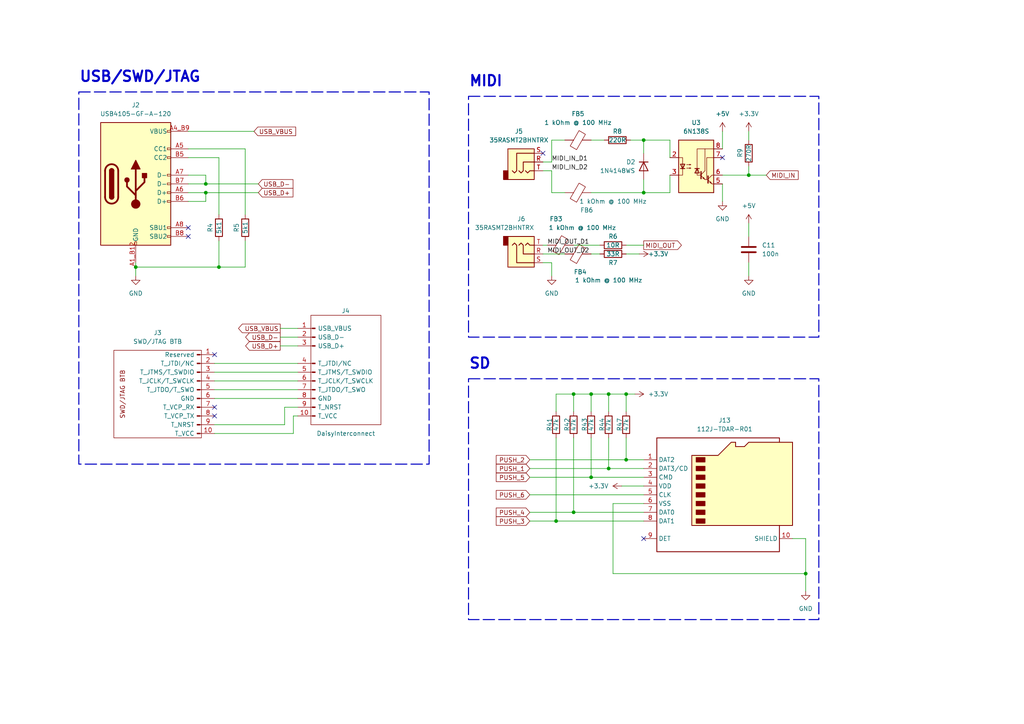
<source format=kicad_sch>
(kicad_sch (version 20230121) (generator eeschema)
  (paper "A4")
  (lib_symbols
    (symbol "DaisyBoard:009159010061916" (pin_names (offset 2)) (in_bom no)
      (property "Reference" "J" (at 0 13.97 0))
      (property "Value" "SWD/JTAG BTB" (at 0 -16.51 0))
      (symbol "009159010061916_0_1"
        (rectangle (start -12.7 11.43) (end 12.7 -13.97))
      )
      (symbol "009159010061916_1_1"
        (polyline (pts (xy 12.7 -12.7) (xy 12.2936 -12.7)) (stroke (width 0.1524)))
        (polyline (pts (xy 12.7 -10.16) (xy 12.2936 -10.16)) (stroke (width 0.1524)))
        (polyline (pts (xy 12.7 -7.62) (xy 12.2936 -7.62)) (stroke (width 0.1524)))
        (polyline (pts (xy 12.7 -5.08) (xy 12.2936 -5.08)) (stroke (width 0.1524)))
        (polyline (pts (xy 12.7 -2.54) (xy 12.2936 -2.54)) (stroke (width 0.1524)))
        (polyline (pts (xy 12.7 0) (xy 12.2936 0)) (stroke (width 0.1524)))
        (polyline (pts (xy 12.7 2.54) (xy 12.2936 2.54)) (stroke (width 0.1524)))
        (polyline (pts (xy 12.7 5.08) (xy 12.2936 5.08)) (stroke (width 0.1524)))
        (polyline (pts (xy 12.7 7.62) (xy 12.2936 7.62)) (stroke (width 0.1524)))
        (polyline (pts (xy 12.7 10.16) (xy 12.2936 10.16)) (stroke (width 0.1524)))
        (rectangle (start 12.2936 -12.573) (end 11.43 -12.827) (stroke (width 0.1524)) (fill (type outline)))
        (rectangle (start 12.2936 -10.033) (end 11.43 -10.287) (stroke (width 0.1524)) (fill (type outline)))
        (rectangle (start 12.2936 -7.493) (end 11.43 -7.747) (stroke (width 0.1524)) (fill (type outline)))
        (rectangle (start 12.2936 -4.953) (end 11.43 -5.207) (stroke (width 0.1524)) (fill (type outline)))
        (rectangle (start 12.2936 -2.413) (end 11.43 -2.667) (stroke (width 0.1524)) (fill (type outline)))
        (rectangle (start 12.2936 0.127) (end 11.43 -0.127) (stroke (width 0.1524)) (fill (type outline)))
        (rectangle (start 12.2936 2.667) (end 11.43 2.413) (stroke (width 0.1524)) (fill (type outline)))
        (rectangle (start 12.2936 5.207) (end 11.43 4.953) (stroke (width 0.1524)) (fill (type outline)))
        (rectangle (start 12.2936 7.747) (end 11.43 7.493) (stroke (width 0.1524)) (fill (type outline)))
        (rectangle (start 12.2936 10.287) (end 11.43 10.033) (stroke (width 0.1524)) (fill (type outline)))
        (text "SWD/JTAG BTB" (at -10.16 -1.27 900) (effects (font (size 1.27 1.27))))
        (pin passive line (at 16.51 10.16 180) (length 3.81) (name "Reserved") (number "1"))
        (pin power_in line (at 16.51 -12.7 180) (length 3.81) (name "T_VCC") (number "10"))
        (pin output line (at 16.51 7.62 180) (length 3.81) (name "T_JTDI/NC") (number "2"))
        (pin bidirectional line (at 16.51 5.08 180) (length 3.81) (name "T_JTMS/T_SWDIO") (number "3"))
        (pin output line (at 16.51 2.54 180) (length 3.81) (name "T_JCLK/T_SWCLK") (number "4"))
        (pin input line (at 16.51 0 180) (length 3.81) (name "T_JTDO/T_SWO") (number "5"))
        (pin passive line (at 16.51 -2.54 180) (length 3.81) (name "GND") (number "6"))
        (pin output line (at 16.51 -5.08 180) (length 3.81) (name "T_VCP_RX") (number "7"))
        (pin input line (at 16.51 -7.62 180) (length 3.81) (name "T_VCP_TX") (number "8"))
        (pin output line (at 16.51 -10.16 180) (length 3.81) (name "T_NRST") (number "9"))
      )
    )
    (symbol "DaisyBoard:112J-TDAR-R01"
      (property "Reference" "J" (at -16.51 17.78 0))
      (property "Value" "112J-TDAR-R01" (at 16.51 17.78 0))
      (symbol "112J-TDAR-R01_0_1"
        (rectangle (start -7.62 -6.985) (end -5.08 -8.255) (stroke (width 0.254)) (fill (type outline)))
        (rectangle (start -7.62 -4.445) (end -5.08 -5.715) (stroke (width 0.254)) (fill (type outline)))
        (rectangle (start -7.62 -1.905) (end -5.08 -3.175) (stroke (width 0.254)) (fill (type outline)))
        (rectangle (start -7.62 0.635) (end -5.08 -0.635) (stroke (width 0.254)) (fill (type outline)))
        (rectangle (start -7.62 3.175) (end -5.08 1.905) (stroke (width 0.254)) (fill (type outline)))
        (rectangle (start -7.62 5.715) (end -5.08 4.445) (stroke (width 0.254)) (fill (type outline)))
        (rectangle (start -7.62 8.255) (end -5.08 6.985) (stroke (width 0.254)) (fill (type outline)))
        (rectangle (start -7.62 10.795) (end -5.08 9.525) (stroke (width 0.254)) (fill (type outline)))
        (polyline (pts (xy 16.51 15.24) (xy 16.51 16.51) (xy -19.05 16.51) (xy -19.05 -16.51) (xy 16.51 -16.51) (xy 16.51 -8.89)) (stroke (width 0.254)))
        (polyline (pts (xy -8.89 -8.89) (xy -8.89 11.43) (xy -1.27 11.43) (xy 2.54 15.24) (xy 3.81 15.24) (xy 3.81 13.97) (xy 6.35 13.97) (xy 7.62 15.24) (xy 20.32 15.24) (xy 20.32 -8.89) (xy -8.89 -8.89)) (stroke (width 0.254)) (fill (type background)))
      )
      (symbol "112J-TDAR-R01_1_1"
        (pin bidirectional line (at -22.86 10.16 0) (length 3.81) (name "DAT2") (number "1"))
        (pin passive line (at 20.32 -12.7 180) (length 3.81) (name "SHIELD") (number "10"))
        (pin bidirectional line (at -22.86 7.62 0) (length 3.81) (name "DAT3/CD") (number "2"))
        (pin input line (at -22.86 5.08 0) (length 3.81) (name "CMD") (number "3"))
        (pin power_in line (at -22.86 2.54 0) (length 3.81) (name "VDD") (number "4"))
        (pin input line (at -22.86 0 0) (length 3.81) (name "CLK") (number "5"))
        (pin power_in line (at -22.86 -2.54 0) (length 3.81) (name "VSS") (number "6"))
        (pin bidirectional line (at -22.86 -5.08 0) (length 3.81) (name "DAT0") (number "7"))
        (pin bidirectional line (at -22.86 -7.62 0) (length 3.81) (name "DAT1") (number "8"))
        (pin passive line (at -22.86 -12.7 0) (length 3.81) (name "DET") (number "9"))
      )
    )
    (symbol "DaisyBoard:1N4148WS" (pin_numbers hide) (pin_names hide)
      (property "Reference" "D" (at 0 2.54 0))
      (property "Value" "1N4148WS" (at 0 -2.54 0))
      (symbol "1N4148WS_0_1"
        (polyline (pts (xy -1.27 1.27) (xy -1.27 -1.27)) (stroke (width 0.254)))
        (polyline (pts (xy 1.27 0) (xy -1.27 0)))
        (polyline (pts (xy 1.27 1.27) (xy 1.27 -1.27) (xy -1.27 0) (xy 1.27 1.27)) (stroke (width 0.254)))
      )
      (symbol "1N4148WS_1_1"
        (pin passive line (at -3.81 0 0) (length 2.54) (name "K") (number "1"))
        (pin passive line (at 3.81 0 180) (length 2.54) (name "A") (number "2"))
      )
    )
    (symbol "DaisyBoard:35RASMT2BHNTRX" (pin_names hide)
      (property "Reference" "J" (at 0 8.89 0))
      (property "Value" "35RASMT2BHNTRX" (at 0 6.35 0))
      (symbol "35RASMT2BHNTRX_0_1"
        (rectangle (start -5.08 -5.08) (end -6.35 -2.54) (stroke (width 0.254)) (fill (type outline)))
        (rectangle (start -5.08 3.81) (end 2.54 -5.08) (stroke (width 0.254)) (fill (type background)))
        (polyline (pts (xy 0 -2.54) (xy 0.635 -3.175) (xy 1.27 -2.54) (xy 2.54 -2.54)) (stroke (width 0.254)))
        (polyline (pts (xy -1.905 -2.54) (xy -1.27 -3.175) (xy -0.635 -2.54) (xy -0.635 0) (xy 2.54 0)) (stroke (width 0.254)))
        (polyline (pts (xy 2.54 2.54) (xy -2.54 2.54) (xy -2.54 -2.54) (xy -3.175 -3.175) (xy -3.81 -2.54)) (stroke (width 0.254)))
      )
      (symbol "35RASMT2BHNTRX_1_1"
        (pin passive line (at 5.08 0 180) (length 2.54) (name "R") (number "R"))
        (pin passive line (at 5.08 2.54 180) (length 2.54) (name "S") (number "S"))
        (pin passive line (at 5.08 -2.54 180) (length 2.54) (name "T") (number "T"))
      )
    )
    (symbol "DaisyBoard:6N138S" (pin_names (offset 1.016) hide)
      (property "Reference" "U" (at 0 11.43 0))
      (property "Value" "6N138S" (at 0 8.89 0))
      (symbol "6N138S_0_1"
        (rectangle (start -5.08 7.62) (end 5.08 -7.62) (stroke (width 0.254)) (fill (type background)))
        (polyline (pts (xy -4.572 -0.635) (xy -3.302 -0.635)) (stroke (width 0.254)))
        (polyline (pts (xy 0.889 -0.635) (xy -0.381 -0.635)) (stroke (width 0.254)))
        (polyline (pts (xy 1.397 -2.667) (xy 2.54 -3.81)))
        (polyline (pts (xy 1.397 -2.413) (xy 2.54 -1.27)))
        (polyline (pts (xy 2.54 -3.81) (xy 3.175 -3.81)))
        (polyline (pts (xy 3.429 -3.937) (xy 4.572 -5.08)))
        (polyline (pts (xy 3.429 -3.683) (xy 4.572 -2.54)))
        (polyline (pts (xy 4.572 -5.08) (xy 5.08 -5.08)))
        (polyline (pts (xy 4.572 -2.54) (xy 5.08 -2.54)))
        (polyline (pts (xy 1.397 -1.524) (xy 1.397 -3.556) (xy 1.397 -3.556)) (stroke (width 0.3556)))
        (polyline (pts (xy 2.54 -1.27) (xy 2.54 5.08) (xy 5.08 5.08)))
        (polyline (pts (xy 3.429 -2.794) (xy 3.429 -4.826) (xy 3.429 -4.826)) (stroke (width 0.3556)))
        (polyline (pts (xy 5.08 2.54) (xy 3.048 2.54) (xy 3.048 -3.81)))
        (polyline (pts (xy -5.08 -2.54) (xy -3.937 -2.54) (xy -3.937 2.54) (xy -5.08 2.54)))
        (polyline (pts (xy -3.937 -0.635) (xy -4.572 0.635) (xy -3.302 0.635) (xy -3.937 -0.635)) (stroke (width 0.254)))
        (polyline (pts (xy 0.254 -0.635) (xy 0.889 -1.905) (xy -0.381 -1.905) (xy 0.254 -0.635)) (stroke (width 0.254)))
        (polyline (pts (xy 1.27 -2.54) (xy 0.254 -2.54) (xy 0.254 5.08) (xy 2.54 5.08)))
        (polyline (pts (xy 2.413 -3.683) (xy 2.159 -3.175) (xy 1.905 -3.429) (xy 2.413 -3.683)))
        (polyline (pts (xy 4.445 -4.953) (xy 4.191 -4.445) (xy 3.937 -4.699) (xy 4.445 -4.953)))
        (polyline (pts (xy -2.794 -0.508) (xy -1.524 -0.508) (xy -1.905 -0.635) (xy -1.905 -0.381) (xy -1.524 -0.508)))
        (polyline (pts (xy -2.794 0.508) (xy -1.524 0.508) (xy -1.905 0.381) (xy -1.905 0.635) (xy -1.524 0.508)))
      )
      (symbol "6N138S_1_1"
        (pin no_connect line (at -5.08 5.08 0) (length 2.54) hide (name "NC") (number "1"))
        (pin passive line (at -7.62 2.54 0) (length 2.54) (name "C1") (number "2"))
        (pin passive line (at -7.62 -2.54 0) (length 2.54) (name "C2") (number "3"))
        (pin no_connect line (at -5.08 -5.08 0) (length 2.54) hide (name "NC") (number "4"))
        (pin passive line (at 7.62 -5.08 180) (length 2.54) (name "GND") (number "5"))
        (pin passive line (at 7.62 -2.54 180) (length 2.54) (name "VO2") (number "6"))
        (pin passive line (at 7.62 2.54 180) (length 2.54) (name "VO1") (number "7"))
        (pin passive line (at 7.62 5.08 180) (length 2.54) (name "VCC") (number "8"))
      )
    )
    (symbol "DaisyBoard:BLM18AG102SN1D" (pin_numbers hide) (pin_names (offset 0))
      (property "Reference" "FB" (at -3.81 0.635 90))
      (property "Value" "1 kOhm @ 100 MHz" (at 3.81 0 90))
      (symbol "BLM18AG102SN1D_0_1"
        (polyline (pts (xy 0 -1.27) (xy 0 -1.2192)))
        (polyline (pts (xy 0 1.27) (xy 0 1.2954)))
        (polyline (pts (xy -2.7686 0.4064) (xy -1.7018 2.2606) (xy 2.7686 -0.3048) (xy 1.6764 -2.159) (xy -2.7686 0.4064)))
      )
      (symbol "BLM18AG102SN1D_1_1"
        (pin passive line (at 0 3.81 270) (length 2.54) (name "~") (number "1"))
        (pin passive line (at 0 -3.81 90) (length 2.54) (name "~") (number "2"))
      )
    )
    (symbol "DaisyBoard:CC0603KRX7R8BB104" (pin_numbers hide) (pin_names (offset 0.254))
      (property "Reference" "C" (at 0.635 2.54 0))
      (property "Value" "100n" (at 0.635 -2.54 0))
      (symbol "CC0603KRX7R8BB104_0_1"
        (polyline (pts (xy -2.032 -0.762) (xy 2.032 -0.762)) (stroke (width 0.508)))
        (polyline (pts (xy -2.032 0.762) (xy 2.032 0.762)) (stroke (width 0.508)))
      )
      (symbol "CC0603KRX7R8BB104_1_1"
        (pin passive line (at 0 3.81 270) (length 2.794) (name "~") (number "1"))
        (pin passive line (at 0 -3.81 90) (length 2.794) (name "~") (number "2"))
      )
    )
    (symbol "DaisyBoard:DaisyInterconnect" (pin_names (offset 2))
      (property "Reference" "J" (at 0 19.05 0))
      (property "Value" "DaisyInterconnect" (at 0 -17.78 0))
      (symbol "DaisyInterconnect_0_1"
        (rectangle (start -10.16 16.51) (end 10.16 -15.24))
      )
      (symbol "DaisyInterconnect_1_1"
        (polyline (pts (xy 10.16 -12.7) (xy 9.7536 -12.7)) (stroke (width 0.1524)))
        (polyline (pts (xy 10.16 -10.16) (xy 9.7536 -10.16)) (stroke (width 0.1524)))
        (polyline (pts (xy 10.16 -7.62) (xy 9.7536 -7.62)) (stroke (width 0.1524)))
        (polyline (pts (xy 10.16 -5.08) (xy 9.7536 -5.08)) (stroke (width 0.1524)))
        (polyline (pts (xy 10.16 -2.54) (xy 9.7536 -2.54)) (stroke (width 0.1524)))
        (polyline (pts (xy 10.16 0) (xy 9.7536 0)) (stroke (width 0.1524)))
        (polyline (pts (xy 10.16 2.54) (xy 9.7536 2.54)) (stroke (width 0.1524)))
        (polyline (pts (xy 10.16 7.62) (xy 9.7536 7.62)) (stroke (width 0.1524)))
        (polyline (pts (xy 10.16 10.16) (xy 9.7536 10.16)) (stroke (width 0.1524)))
        (polyline (pts (xy 10.16 12.7) (xy 9.7536 12.7)) (stroke (width 0.1524)))
        (rectangle (start 8.89 -12.573) (end 9.7536 -12.827) (stroke (width 0.1524)) (fill (type outline)))
        (rectangle (start 8.89 10.287) (end 9.7536 10.033) (stroke (width 0.1524)) (fill (type outline)))
        (rectangle (start 8.8951 12.8272) (end 9.7587 12.5732) (stroke (width 0.1524)) (fill (type outline)))
        (rectangle (start 9.7536 -10.033) (end 8.89 -10.287) (stroke (width 0.1524)) (fill (type outline)))
        (rectangle (start 9.7536 -7.493) (end 8.89 -7.747) (stroke (width 0.1524)) (fill (type outline)))
        (rectangle (start 9.7536 -4.953) (end 8.89 -5.207) (stroke (width 0.1524)) (fill (type outline)))
        (rectangle (start 9.7536 -2.413) (end 8.89 -2.667) (stroke (width 0.1524)) (fill (type outline)))
        (rectangle (start 9.7536 0.127) (end 8.89 -0.127) (stroke (width 0.1524)) (fill (type outline)))
        (rectangle (start 9.7536 2.667) (end 8.89 2.413) (stroke (width 0.1524)) (fill (type outline)))
        (rectangle (start 9.7536 7.747) (end 8.89 7.493) (stroke (width 0.1524)) (fill (type outline)))
        (pin power_in line (at 13.97 12.7 180) (length 3.81) (name "USB_VBUS") (number "1"))
        (pin power_out line (at 13.97 -12.7 180) (length 3.81) (name "T_VCC") (number "10"))
        (pin bidirectional line (at 13.97 10.16 180) (length 3.81) (name "USB_D-") (number "2"))
        (pin bidirectional line (at 13.97 7.62 180) (length 3.81) (name "USB_D+") (number "3"))
        (pin passive line (at 13.97 2.54 180) (length 3.81) (name "T_JTDI/NC") (number "4"))
        (pin passive line (at 13.97 0 180) (length 3.81) (name "T_JTMS/T_SWDIO") (number "5"))
        (pin passive line (at 13.97 -2.54 180) (length 3.81) (name "T_JCLK/T_SWCLK") (number "6"))
        (pin passive line (at 13.97 -5.08 180) (length 3.81) (name "T_JTDO/T_SWO") (number "7"))
        (pin passive line (at 13.97 -7.62 180) (length 3.81) (name "GND") (number "8"))
        (pin passive line (at 13.97 -10.16 180) (length 3.81) (name "T_NRST") (number "9"))
      )
    )
    (symbol "DaisyBoard:RC0603FR-0710RL" (pin_numbers hide) (pin_names (offset 0))
      (property "Reference" "R" (at 2.032 0 90))
      (property "Value" "10R" (at 0 0 90))
      (symbol "RC0603FR-0710RL_0_1"
        (rectangle (start -1.016 -2.54) (end 1.016 2.54) (stroke (width 0.254)))
      )
      (symbol "RC0603FR-0710RL_1_1"
        (pin passive line (at 0 3.81 270) (length 1.27) (name "~") (number "1"))
        (pin passive line (at 0 -3.81 90) (length 1.27) (name "~") (number "2"))
      )
    )
    (symbol "DaisyBoard:RC0603FR-07220RL" (pin_numbers hide) (pin_names (offset 0))
      (property "Reference" "R" (at 2.032 0 90))
      (property "Value" "220R" (at 0 0 90))
      (symbol "RC0603FR-07220RL_0_1"
        (rectangle (start -1.016 -2.54) (end 1.016 2.54) (stroke (width 0.254)))
      )
      (symbol "RC0603FR-07220RL_1_1"
        (pin passive line (at 0 3.81 270) (length 1.27) (name "~") (number "1"))
        (pin passive line (at 0 -3.81 90) (length 1.27) (name "~") (number "2"))
      )
    )
    (symbol "DaisyBoard:RC0603FR-07270RL" (pin_numbers hide) (pin_names (offset 0))
      (property "Reference" "R" (at 2.032 0 90))
      (property "Value" "270R" (at 0 0 90))
      (symbol "RC0603FR-07270RL_0_1"
        (rectangle (start -1.016 -2.54) (end 1.016 2.54) (stroke (width 0.254)))
      )
      (symbol "RC0603FR-07270RL_1_1"
        (pin passive line (at 0 3.81 270) (length 1.27) (name "~") (number "1"))
        (pin passive line (at 0 -3.81 90) (length 1.27) (name "~") (number "2"))
      )
    )
    (symbol "DaisyBoard:RC0603FR-0733RL" (pin_numbers hide) (pin_names (offset 0))
      (property "Reference" "R" (at 2.032 0 90))
      (property "Value" "33R" (at 0 0 90))
      (symbol "RC0603FR-0733RL_0_1"
        (rectangle (start -1.016 -2.54) (end 1.016 2.54) (stroke (width 0.254)))
      )
      (symbol "RC0603FR-0733RL_1_1"
        (pin passive line (at 0 3.81 270) (length 1.27) (name "~") (number "1"))
        (pin passive line (at 0 -3.81 90) (length 1.27) (name "~") (number "2"))
      )
    )
    (symbol "DaisyBoard:RC0603FR-0747KL" (pin_numbers hide) (pin_names (offset 0))
      (property "Reference" "R" (at 2.032 0 90))
      (property "Value" "47k" (at 0 0 90))
      (symbol "RC0603FR-0747KL_0_1"
        (rectangle (start -1.016 -2.54) (end 1.016 2.54) (stroke (width 0.254)))
      )
      (symbol "RC0603FR-0747KL_1_1"
        (pin passive line (at 0 3.81 270) (length 1.27) (name "~") (number "1"))
        (pin passive line (at 0 -3.81 90) (length 1.27) (name "~") (number "2"))
      )
    )
    (symbol "DaisyBoard:RC0603FR-075K1L" (pin_numbers hide) (pin_names (offset 0))
      (property "Reference" "R" (at 2.032 0 90))
      (property "Value" "5k1" (at 0 0 90))
      (symbol "RC0603FR-075K1L_0_1"
        (rectangle (start -1.016 -2.54) (end 1.016 2.54) (stroke (width 0.254)))
      )
      (symbol "RC0603FR-075K1L_1_1"
        (pin passive line (at 0 3.81 270) (length 1.27) (name "~") (number "1"))
        (pin passive line (at 0 -3.81 90) (length 1.27) (name "~") (number "2"))
      )
    )
    (symbol "DaisyBoard:USB4105-GF-A-120" (pin_names (offset 1.016))
      (property "Reference" "J" (at -1.27 21.59 0))
      (property "Value" "USB4105-GF-A-120" (at 7.62 19.05 0))
      (symbol "USB4105-GF-A-120_0_0"
        (rectangle (start -0.254 -17.78) (end 0.254 -16.764))
        (rectangle (start 10.16 -14.986) (end 9.144 -15.494))
        (rectangle (start 10.16 -12.446) (end 9.144 -12.954))
        (rectangle (start 10.16 -4.826) (end 9.144 -5.334))
        (rectangle (start 10.16 -2.286) (end 9.144 -2.794))
        (rectangle (start 10.16 0.254) (end 9.144 -0.254))
        (rectangle (start 10.16 2.794) (end 9.144 2.286))
        (rectangle (start 10.16 7.874) (end 9.144 7.366))
        (rectangle (start 10.16 10.414) (end 9.144 9.906))
        (rectangle (start 10.16 15.494) (end 9.144 14.986))
      )
      (symbol "USB4105-GF-A-120_0_1"
        (rectangle (start -10.16 17.78) (end 10.16 -17.78) (stroke (width 0.254)) (fill (type background)))
        (arc (start -8.89 -3.81) (mid -6.985 -5.7067) (end -5.08 -3.81) (stroke (width 0.508)))
        (arc (start -7.62 -3.81) (mid -6.985 -4.4423) (end -6.35 -3.81) (stroke (width 0.254)))
        (arc (start -7.62 -3.81) (mid -6.985 -4.4423) (end -6.35 -3.81) (stroke (width 0.254)) (fill (type outline)))
        (rectangle (start -7.62 -3.81) (end -6.35 3.81) (stroke (width 0.254)) (fill (type outline)))
        (arc (start -6.35 3.81) (mid -6.985 4.4423) (end -7.62 3.81) (stroke (width 0.254)))
        (arc (start -6.35 3.81) (mid -6.985 4.4423) (end -7.62 3.81) (stroke (width 0.254)) (fill (type outline)))
        (arc (start -5.08 3.81) (mid -6.985 5.7067) (end -8.89 3.81) (stroke (width 0.508)))
        (circle (center -2.54 1.143) (radius 0.635) (stroke (width 0.254)) (fill (type outline)))
        (circle (center 0 -5.842) (radius 1.27) (fill (type outline)))
        (polyline (pts (xy -8.89 -3.81) (xy -8.89 3.81)) (stroke (width 0.508)))
        (polyline (pts (xy -5.08 3.81) (xy -5.08 -3.81)) (stroke (width 0.508)))
        (polyline (pts (xy 0 -5.842) (xy 0 4.318)) (stroke (width 0.508)))
        (polyline (pts (xy 0 -3.302) (xy -2.54 -0.762) (xy -2.54 0.508)) (stroke (width 0.508)))
        (polyline (pts (xy 0 -2.032) (xy 2.54 0.508) (xy 2.54 1.778)) (stroke (width 0.508)))
        (polyline (pts (xy -1.27 4.318) (xy 0 6.858) (xy 1.27 4.318) (xy -1.27 4.318)) (stroke (width 0.254)) (fill (type outline)))
        (rectangle (start 1.905 1.778) (end 3.175 3.048) (stroke (width 0.254)) (fill (type outline)))
      )
      (symbol "USB4105-GF-A-120_1_1"
        (pin passive line (at 0 -22.86 90) (length 5.08) (name "GND") (number "A1_B12"))
        (pin passive line (at 15.24 15.24 180) (length 5.08) (name "VBUS") (number "A4_B9"))
        (pin bidirectional line (at 15.24 10.16 180) (length 5.08) (name "CC1") (number "A5"))
        (pin bidirectional line (at 15.24 -2.54 180) (length 5.08) (name "D+") (number "A6"))
        (pin bidirectional line (at 15.24 2.54 180) (length 5.08) (name "D-") (number "A7"))
        (pin bidirectional line (at 15.24 -12.7 180) (length 5.08) (name "SBU1") (number "A8"))
        (pin passive line (at 0 -22.86 90) (length 5.08) hide (name "GND") (number "B1_A12"))
        (pin passive line (at 15.24 15.24 180) (length 5.08) hide (name "VBUS") (number "B4_A9"))
        (pin bidirectional line (at 15.24 7.62 180) (length 5.08) (name "CC2") (number "B5"))
        (pin bidirectional line (at 15.24 -5.08 180) (length 5.08) (name "D+") (number "B6"))
        (pin bidirectional line (at 15.24 0 180) (length 5.08) (name "D-") (number "B7"))
        (pin bidirectional line (at 15.24 -15.24 180) (length 5.08) (name "SBU2") (number "B8"))
      )
    )
    (symbol "power:+3.3V" (power) (pin_names (offset 0))
      (property "Value" "+3.3V" (at 0 3.556 0))
      (symbol "+3.3V_0_1"
        (polyline (pts (xy -0.762 1.27) (xy 0 2.54)))
        (polyline (pts (xy 0 0) (xy 0 2.54)))
        (polyline (pts (xy 0 2.54) (xy 0.762 1.27)))
      )
      (symbol "+3.3V_1_1"
        (pin power_in line (at 0 0 90) (length 0) hide (name "+3.3V") (number "1"))
      )
    )
    (symbol "power:+5V" (power) (pin_names (offset 0))
      (property "Value" "+5V" (at 0 3.556 0))
      (symbol "+5V_0_1"
        (polyline (pts (xy -0.762 1.27) (xy 0 2.54)))
        (polyline (pts (xy 0 0) (xy 0 2.54)))
        (polyline (pts (xy 0 2.54) (xy 0.762 1.27)))
      )
      (symbol "+5V_1_1"
        (pin power_in line (at 0 0 90) (length 0) hide (name "+5V") (number "1"))
      )
    )
    (symbol "power:GND" (power) (pin_names (offset 0))
      (property "Value" "GND" (at 0 -3.81 0))
      (symbol "GND_0_1"
        (polyline (pts (xy 0 0) (xy 0 -1.27) (xy 1.27 -1.27) (xy 0 -2.54) (xy -1.27 -1.27) (xy 0 -1.27)))
      )
      (symbol "GND_1_1"
        (pin power_in line (at 0 0 270) (length 0) hide (name "GND") (number "1"))
      )
    )
  )
  (junction (at 59.69 55.88))
  (junction (at 217.17 50.8))
  (junction (at 176.53 114.3))
  (junction (at 166.37 148.59))
  (junction (at 161.29 151.13))
  (junction (at 233.68 166.37))
  (junction (at 186.69 40.64))
  (junction (at 186.69 55.88))
  (junction (at 171.45 138.43))
  (junction (at 63.5 77.47))
  (junction (at 59.69 53.34))
  (junction (at 171.45 114.3))
  (junction (at 176.53 135.89))
  (junction (at 181.61 114.3))
  (junction (at 39.37 77.47))
  (junction (at 181.61 133.35))
  (junction (at 166.37 114.3))
  (no_connect (at 62.23 118.11))
  (no_connect (at 209.55 45.72))
  (no_connect (at 54.61 66.04))
  (no_connect (at 62.23 102.87))
  (no_connect (at 157.48 44.45))
  (no_connect (at 62.23 120.65))
  (no_connect (at 186.69 156.21))
  (no_connect (at 54.61 68.58))
  (wire (pts (xy 82.55 118.11) (xy 82.55 123.19)))
  (wire (pts (xy 153.67 138.43) (xy 171.45 138.43)))
  (wire (pts (xy 71.12 43.18) (xy 71.12 62.23)))
  (wire (pts (xy 59.69 53.34) (xy 59.69 50.8)))
  (wire (pts (xy 62.23 113.03) (xy 86.36 113.03)))
  (wire (pts (xy 186.69 138.43) (xy 171.45 138.43)))
  (wire (pts (xy 217.17 50.8) (xy 222.25 50.8)))
  (wire (pts (xy 186.69 135.89) (xy 176.53 135.89)))
  (wire (pts (xy 85.09 125.73) (xy 62.23 125.73)))
  (wire (pts (xy 153.67 151.13) (xy 161.29 151.13)))
  (wire (pts (xy 166.37 148.59) (xy 166.37 127)))
  (wire (pts (xy 160.02 49.53) (xy 157.48 49.53)))
  (wire (pts (xy 171.45 55.88) (xy 186.69 55.88)))
  (wire (pts (xy 166.37 71.12) (xy 173.99 71.12)))
  (wire (pts (xy 194.31 45.72) (xy 194.31 40.64)))
  (wire (pts (xy 233.68 166.37) (xy 233.68 171.45)))
  (wire (pts (xy 81.28 97.79) (xy 86.36 97.79)))
  (wire (pts (xy 181.61 71.12) (xy 186.69 71.12)))
  (wire (pts (xy 82.55 123.19) (xy 62.23 123.19)))
  (wire (pts (xy 217.17 38.1) (xy 217.17 40.64)))
  (wire (pts (xy 161.29 119.38) (xy 161.29 114.3)))
  (wire (pts (xy 54.61 43.18) (xy 71.12 43.18)))
  (wire (pts (xy 176.53 114.3) (xy 176.53 119.38)))
  (wire (pts (xy 39.37 77.47) (xy 63.5 77.47)))
  (wire (pts (xy 217.17 76.2) (xy 217.17 80.01)))
  (wire (pts (xy 81.28 100.33) (xy 86.36 100.33)))
  (wire (pts (xy 62.23 105.41) (xy 86.36 105.41)))
  (wire (pts (xy 229.87 156.21) (xy 233.68 156.21)))
  (wire (pts (xy 186.69 146.05) (xy 177.8 146.05)))
  (wire (pts (xy 62.23 107.95) (xy 86.36 107.95)))
  (wire (pts (xy 82.55 118.11) (xy 86.36 118.11)))
  (wire (pts (xy 176.53 114.3) (xy 181.61 114.3)))
  (wire (pts (xy 180.34 140.97) (xy 186.69 140.97)))
  (wire (pts (xy 209.55 50.8) (xy 217.17 50.8)))
  (wire (pts (xy 160.02 55.88) (xy 163.83 55.88)))
  (wire (pts (xy 63.5 69.85) (xy 63.5 77.47)))
  (wire (pts (xy 71.12 69.85) (xy 71.12 77.47)))
  (wire (pts (xy 153.67 148.59) (xy 166.37 148.59)))
  (wire (pts (xy 160.02 76.2) (xy 157.48 76.2)))
  (wire (pts (xy 233.68 156.21) (xy 233.68 166.37)))
  (wire (pts (xy 209.55 53.34) (xy 209.55 58.42)))
  (wire (pts (xy 63.5 77.47) (xy 71.12 77.47)))
  (wire (pts (xy 171.45 73.66) (xy 173.99 73.66)))
  (wire (pts (xy 181.61 73.66) (xy 185.42 73.66)))
  (wire (pts (xy 39.37 77.47) (xy 39.37 80.01)))
  (wire (pts (xy 171.45 114.3) (xy 171.45 119.38)))
  (wire (pts (xy 166.37 114.3) (xy 166.37 119.38)))
  (wire (pts (xy 171.45 40.64) (xy 175.26 40.64)))
  (wire (pts (xy 160.02 40.64) (xy 160.02 46.99)))
  (wire (pts (xy 85.09 120.65) (xy 86.36 120.65)))
  (wire (pts (xy 171.45 114.3) (xy 176.53 114.3)))
  (wire (pts (xy 186.69 151.13) (xy 161.29 151.13)))
  (wire (pts (xy 62.23 115.57) (xy 86.36 115.57)))
  (wire (pts (xy 62.23 110.49) (xy 86.36 110.49)))
  (wire (pts (xy 194.31 55.88) (xy 194.31 50.8)))
  (wire (pts (xy 157.48 71.12) (xy 158.75 71.12)))
  (wire (pts (xy 166.37 114.3) (xy 171.45 114.3)))
  (wire (pts (xy 217.17 50.8) (xy 217.17 48.26)))
  (wire (pts (xy 54.61 58.42) (xy 59.69 58.42)))
  (wire (pts (xy 160.02 80.01) (xy 160.02 76.2)))
  (wire (pts (xy 160.02 49.53) (xy 160.02 55.88)))
  (wire (pts (xy 157.48 73.66) (xy 163.83 73.66)))
  (wire (pts (xy 186.69 52.07) (xy 186.69 55.88)))
  (wire (pts (xy 177.8 166.37) (xy 233.68 166.37)))
  (wire (pts (xy 160.02 40.64) (xy 163.83 40.64)))
  (wire (pts (xy 181.61 114.3) (xy 184.15 114.3)))
  (wire (pts (xy 181.61 114.3) (xy 181.61 119.38)))
  (wire (pts (xy 186.69 55.88) (xy 194.31 55.88)))
  (wire (pts (xy 59.69 55.88) (xy 74.93 55.88)))
  (wire (pts (xy 153.67 143.51) (xy 186.69 143.51)))
  (wire (pts (xy 181.61 127) (xy 181.61 133.35)))
  (wire (pts (xy 54.61 38.1) (xy 73.66 38.1)))
  (wire (pts (xy 59.69 53.34) (xy 74.93 53.34)))
  (wire (pts (xy 54.61 55.88) (xy 59.69 55.88)))
  (wire (pts (xy 171.45 138.43) (xy 171.45 127)))
  (wire (pts (xy 186.69 148.59) (xy 166.37 148.59)))
  (wire (pts (xy 186.69 40.64) (xy 186.69 44.45)))
  (wire (pts (xy 81.28 95.25) (xy 86.36 95.25)))
  (wire (pts (xy 85.09 120.65) (xy 85.09 125.73)))
  (wire (pts (xy 160.02 46.99) (xy 157.48 46.99)))
  (wire (pts (xy 161.29 114.3) (xy 166.37 114.3)))
  (wire (pts (xy 176.53 135.89) (xy 176.53 127)))
  (wire (pts (xy 177.8 146.05) (xy 177.8 166.37)))
  (wire (pts (xy 54.61 45.72) (xy 63.5 45.72)))
  (wire (pts (xy 161.29 151.13) (xy 161.29 127)))
  (wire (pts (xy 54.61 50.8) (xy 59.69 50.8)))
  (wire (pts (xy 181.61 133.35) (xy 186.69 133.35)))
  (wire (pts (xy 217.17 64.77) (xy 217.17 68.58)))
  (wire (pts (xy 39.37 77.47) (xy 39.37 76.2)))
  (wire (pts (xy 54.61 53.34) (xy 59.69 53.34)))
  (wire (pts (xy 59.69 58.42) (xy 59.69 55.88)))
  (wire (pts (xy 194.31 40.64) (xy 186.69 40.64)))
  (wire (pts (xy 153.67 135.89) (xy 176.53 135.89)))
  (wire (pts (xy 153.67 133.35) (xy 181.61 133.35)))
  (wire (pts (xy 182.88 40.64) (xy 186.69 40.64)))
  (wire (pts (xy 209.55 38.1) (xy 209.55 43.18)))
  (wire (pts (xy 63.5 45.72) (xy 63.5 62.23)))
  (rectangle (start 135.89 109.855) (end 237.49 179.705) (stroke (width 0.3) (type dash)))
  (rectangle (start 22.86 26.67) (end 124.46 134.62) (stroke (width 0.3) (type dash)))
  (rectangle (start 135.89 27.94) (end 237.49 97.79) (stroke (width 0.3) (type dash)))
  (text "SD" (at 135.89 107.315 0) (effects (font (size 3 3) (thickness 0.6) bold) (justify left bottom)))
  (text "USB/SWD/JTAG" (at 22.86 24.13 0) (effects (font (size 3 3) (thickness 0.6) bold) (justify left bottom)))
  (text "MIDI" (at 135.89 25.4 0) (effects (font (size 3 3) (thickness 0.6) bold) (justify left bottom)))
  (label "MIDI_IN_D2" (at 160.02 49.53 0))
  (label "MIDI_OUT_D1" (at 158.75 71.12 0))
  (label "MIDI_OUT_D2" (at 158.75 73.66 0))
  (label "MIDI_IN_D1" (at 160.02 46.99 0))
  (global_label "PUSH_6" (shape input) (at 153.67 143.51 180) (property "Intersheetrefs" "${INTERSHEET_REFS}" (effects hide)))
  (global_label "USB_D+" (shape output) (at 81.28 100.33 180) (property "Intersheetrefs" "${INTERSHEET_REFS}" (effects hide)))
  (global_label "MIDI_IN" (shape input) (at 222.25 50.8 0) (property "Intersheetrefs" "${INTERSHEET_REFS}" (effects hide)))
  (global_label "USB_D+" (shape input) (at 74.93 55.88 0) (property "Intersheetrefs" "${INTERSHEET_REFS}" (effects hide)))
  (global_label "PUSH_4" (shape input) (at 153.67 148.59 180) (property "Intersheetrefs" "${INTERSHEET_REFS}" (effects hide)))
  (global_label "MIDI_OUT" (shape output) (at 186.69 71.12 0) (property "Intersheetrefs" "${INTERSHEET_REFS}" (effects hide)))
  (global_label "USB_VBUS" (shape output) (at 81.28 95.25 180) (property "Intersheetrefs" "${INTERSHEET_REFS}" (effects hide)))
  (global_label "USB_VBUS" (shape input) (at 73.66 38.1 0) (property "Intersheetrefs" "${INTERSHEET_REFS}" (effects hide)))
  (global_label "PUSH_5" (shape input) (at 153.67 138.43 180) (property "Intersheetrefs" "${INTERSHEET_REFS}" (effects hide)))
  (global_label "PUSH_2" (shape input) (at 153.67 133.35 180) (property "Intersheetrefs" "${INTERSHEET_REFS}" (effects hide)))
  (global_label "USB_D-" (shape output) (at 81.28 97.79 180) (property "Intersheetrefs" "${INTERSHEET_REFS}" (effects hide)))
  (global_label "PUSH_1" (shape input) (at 153.67 135.89 180) (property "Intersheetrefs" "${INTERSHEET_REFS}" (effects hide)))
  (global_label "PUSH_3" (shape input) (at 153.67 151.13 180) (property "Intersheetrefs" "${INTERSHEET_REFS}" (effects hide)))
  (global_label "USB_D-" (shape input) (at 74.93 53.34 0) (property "Intersheetrefs" "${INTERSHEET_REFS}" (effects hide)))
  (symbol (lib_id "DaisyBoard:RC0603FR-0747KL") (at 166.37 123.19 0) (unit 1)
    (property "Reference" "R42" (at 164.465 125.095 90) (effects (justify left)))
    (property "Value" "47k" (at 166.37 125.095 90) (effects (justify left)))
    (property "Footprint" "Resistor_SMD:R_0603_1608Metric" (effects hide))
    (property "DNP" "311-47.0KHRCT-ND" (effects hide))
    (property "MPN" "RC0603FR-0747KL" (effects hide))
  )
  (symbol (lib_id "DaisyBoard:RC0603FR-0733RL") (at 177.8 73.66 90) (mirror x) (unit 1)
    (property "Reference" "R7" (at 177.8 76.2 90))
    (property "Value" "33R" (at 177.8 73.66 90))
    (property "Footprint" "Resistor_SMD:R_0603_1608Metric" (effects hide))
    (property "DNP" "13-RC0603FR-0733RLCT-ND" (effects hide))
    (property "MPN" "RC0603FR-0733RL" (effects hide))
  )
  (symbol (lib_id "DaisyBoard:35RASMT2BHNTRX") (at 152.4 46.99 0) (unit 1)
    (property "Reference" "J5" (at 150.495 38.1 0))
    (property "Value" "35RASMT2BHNTRX" (at 150.495 40.64 0))
    (property "Footprint" "DaisyBoard:35RASMT2BHNTRX" (effects hide))
    (property "Datasheet" "https://www.switchcraft.com/assets/1/24/35rasmt2bhntrx_cd.pdf?4698" (effects hide))
    (property "DNP" "SC1489-1-ND" (effects hide))
    (property "MPN" "35RASMT2BHNTRX" (effects hide))
  )
  (symbol (lib_id "power:+5V") (at 209.55 38.1 0) (unit 1)
    (property "Reference" "#PWR014" (effects hide))
    (property "Value" "+5V" (at 209.55 33.02 0))
  )
  (symbol (lib_id "power:+3.3V") (at 180.34 140.97 90) (unit 1)
    (property "Reference" "#PWR099" (effects hide))
    (property "Value" "+3.3V" (at 176.53 140.97 90) (effects (justify left)))
  )
  (symbol (lib_id "DaisyBoard:RC0603FR-0747KL") (at 181.61 123.19 0) (unit 1)
    (property "Reference" "R47" (at 179.705 125.095 90) (effects (justify left)))
    (property "Value" "47k" (at 181.61 125.095 90) (effects (justify left)))
    (property "Footprint" "Resistor_SMD:R_0603_1608Metric" (effects hide))
    (property "DNP" "311-47.0KHRCT-ND" (effects hide))
    (property "MPN" "RC0603FR-0747KL" (effects hide))
  )
  (symbol (lib_id "DaisyBoard:RC0603FR-075K1L") (at 63.5 66.04 180) (unit 1)
    (property "Reference" "R4" (at 60.96 66.04 90))
    (property "Value" "5k1" (at 63.5 66.04 90))
    (property "Footprint" "Resistor_SMD:R_0603_1608Metric" (effects hide))
    (property "DNP" "311-5.10KHRCT-ND" (effects hide))
    (property "MPN" "RC0603FR-075K1L" (effects hide))
  )
  (symbol (lib_id "DaisyBoard:112J-TDAR-R01") (at 209.55 143.51 0) (unit 1)
    (property "Reference" "J13" (at 210.185 121.92 0))
    (property "Value" "112J-TDAR-R01" (at 210.185 124.46 0))
    (property "Footprint" "DaisyBoard:112J-TDAR-R01" (effects hide))
    (property "Datasheet" "https://www.attend.com.tw/data/download/file/112J-TDAR-R01_B_3.pdf" (effects hide))
  )
  (symbol (lib_id "DaisyBoard:USB4105-GF-A-120") (at 39.37 53.34 0) (unit 1)
    (property "Reference" "J2" (at 39.37 30.48 0))
    (property "Value" "USB4105-GF-A-120" (at 39.37 33.02 0))
    (property "Footprint" "DaisyBoard:GCT_USB4105GFA" (effects hide))
    (property "Datasheet" "https://eu.mouser.com/datasheet/2/837/Global_Connector_Technology_usb4105-3106202.pdf" (effects hide))
    (property "DNP" "2073-USB4105-GF-A-120CT-ND" (effects hide))
    (property "MPN" "USB4105-GF-A-120" (effects hide))
  )
  (symbol (lib_id "DaisyBoard:RC0603FR-07270RL") (at 217.17 44.45 0) (unit 1)
    (property "Reference" "R9" (at 214.63 45.72 90) (effects (justify left)))
    (property "Value" "270R" (at 217.17 44.45 90))
    (property "Footprint" "Resistor_SMD:R_0603_1608Metric" (effects hide))
    (property "DNP" "311-270HRCT-ND" (effects hide))
    (property "MPN" "RC0603FR-07270RL" (effects hide))
  )
  (symbol (lib_id "DaisyBoard:CC0603KRX7R8BB104") (at 217.17 72.39 0) (unit 1)
    (property "Reference" "C11" (at 220.98 71.12 0) (effects (justify left)))
    (property "Value" "100n" (at 220.98 73.66 0) (effects (justify left)))
    (property "Footprint" "Capacitor_SMD:C_0603_1608Metric" (effects hide))
    (property "DNP" "311-1341-1-ND" (effects hide))
    (property "MPN" "CC0603KRX7R8BB104" (effects hide))
    (instances (project "DaisyBoard" (path "" (reference "C11") (unit 1)) (path "" (reference "C2") (unit 1))))
  )
  (symbol (lib_id "DaisyBoard:009159010061916") (at 45.72 113.03 0) (unit 1)
    (property "Reference" "J3" (at 45.72 96.52 0))
    (property "Value" "SWD/JTAG BTB" (at 45.72 99.06 0))
    (property "Footprint" "DaisyBoard:009159010061916" (effects hide))
    (property "Datasheet" "https://datasheets.kyocera-avx.com/OpenEndedCardEdge_00-9159.pdf" (effects hide))
    (property "MPN" "009159010061916" (effects hide))
    (property "DNP" "478-8659-ND" (effects hide))
  )
  (symbol (lib_id "power:+3.3V") (at 184.15 114.3 270) (unit 1)
    (property "Reference" "#PWR0100" (effects hide))
    (property "Value" "+3.3V" (at 187.96 114.3 90) (effects (justify left)))
  )
  (symbol (lib_id "DaisyBoard:RC0603FR-075K1L") (at 71.12 66.04 180) (unit 1)
    (property "Reference" "R5" (at 68.58 66.04 90))
    (property "Value" "5k1" (at 71.12 66.04 90))
    (property "Footprint" "Resistor_SMD:R_0603_1608Metric" (effects hide))
    (property "DNP" "311-5.10KHRCT-ND" (effects hide))
    (property "MPN" "RC0603FR-075K1L" (effects hide))
  )
  (symbol (lib_id "DaisyBoard:RC0603FR-07220RL") (at 179.07 40.64 90) (unit 1)
    (property "Reference" "R8" (at 179.07 38.1 90))
    (property "Value" "220R" (at 179.07 40.64 90))
    (property "Footprint" "Resistor_SMD:R_0603_1608Metric" (effects hide))
    (property "DNP" "311-220HRCT-ND" (effects hide))
    (property "MPN" "RC0603FR-07220RL" (effects hide))
  )
  (symbol (lib_id "DaisyBoard:BLM18AG102SN1D") (at 167.64 55.88 90) (unit 1)
    (property "Reference" "FB6" (at 170.18 60.96 90))
    (property "Value" "1 kOhm @ 100 MHz" (at 177.8 58.42 90))
    (property "Footprint" "Inductor_SMD:L_0603_1608Metric" (effects hide))
    (property "DNP" "490-1015-1-ND" (effects hide))
    (property "MPN" "BLM18AG102SN1D" (effects hide))
    (instances (project "DaisyBoard" (path "" (reference "FB6") (unit 1)) (path "" (reference "FB2") (unit 1))))
  )
  (symbol (lib_id "DaisyBoard:RC0603FR-0747KL") (at 161.29 123.19 0) (unit 1)
    (property "Reference" "R41" (at 159.385 125.095 90) (effects (justify left)))
    (property "Value" "47k" (at 161.29 125.095 90) (effects (justify left)))
    (property "Footprint" "Resistor_SMD:R_0603_1608Metric" (effects hide))
    (property "DNP" "311-47.0KHRCT-ND" (effects hide))
    (property "MPN" "RC0603FR-0747KL" (effects hide))
  )
  (symbol (lib_id "power:GND") (at 209.55 58.42 0) (unit 1)
    (property "Reference" "#PWR015" (effects hide))
    (property "Value" "GND" (at 209.55 63.5 0))
  )
  (symbol (lib_id "power:GND") (at 39.37 80.01 0) (unit 1)
    (property "Reference" "#PWR011" (effects hide))
    (property "Value" "GND" (at 39.37 85.09 0))
  )
  (symbol (lib_id "DaisyBoard:BLM18AG102SN1D") (at 167.64 73.66 90) (unit 1)
    (property "Reference" "FB4" (at 168.3111 78.8743 90))
    (property "Value" "1 kOhm @ 100 MHz" (at 176.53 81.28 90))
    (property "Footprint" "Inductor_SMD:L_0603_1608Metric" (effects hide))
    (property "DNP" "490-1015-1-ND" (effects hide))
    (property "MPN" "BLM18AG102SN1D" (effects hide))
    (instances (project "DaisyBoard" (path "" (reference "FB4") (unit 1)) (path "" (reference "FB2") (unit 1))))
  )
  (symbol (lib_id "power:GND") (at 233.68 171.45 0) (unit 1)
    (property "Reference" "#PWR098" (effects hide))
    (property "Value" "GND" (at 233.68 176.53 0))
  )
  (symbol (lib_id "power:+5V") (at 217.17 64.77 0) (unit 1)
    (property "Reference" "#PWR017" (effects hide))
    (property "Value" "+5V" (at 217.17 59.69 0))
  )
  (symbol (lib_id "DaisyBoard:1N4148WS") (at 186.69 48.26 270) (unit 1)
    (property "Reference" "D2" (at 181.61 46.99 90) (effects (justify left)))
    (property "Value" "1N4148WS" (at 173.99 49.53 90) (effects (justify left)))
    (property "Footprint" "Diode_SMD:D_SOD-323F" (effects hide))
    (property "Datasheet" "https://rocelec.widen.net/view/pdf/tf3dlteblx/FAIR-S-A0000573112-1.pdf" (effects hide))
    (property "Sim.Device" "D" (effects hide))
    (property "Sim.Pins" "1=K 2=A" (effects hide))
    (property "DNP" "1N4148WSFSCT-ND" (effects hide))
    (property "MPN" "1N4148WS" (effects hide))
  )
  (symbol (lib_id "DaisyBoard:BLM18AG102SN1D") (at 162.56 71.12 90) (unit 1)
    (property "Reference" "FB3" (at 161.29 63.5 90))
    (property "Value" "1 kOhm @ 100 MHz" (at 168.91 66.04 90))
    (property "Footprint" "Inductor_SMD:L_0603_1608Metric" (effects hide))
    (property "DNP" "490-1015-1-ND" (effects hide))
    (property "MPN" "BLM18AG102SN1D" (effects hide))
    (instances (project "DaisyBoard" (path "" (reference "FB3") (unit 1)) (path "" (reference "FB2") (unit 1))))
  )
  (symbol (lib_id "power:GND") (at 217.17 80.01 0) (unit 1)
    (property "Reference" "#PWR018" (effects hide))
    (property "Value" "GND" (at 217.17 85.09 0))
  )
  (symbol (lib_id "DaisyBoard:RC0603FR-0747KL") (at 176.53 123.19 0) (unit 1)
    (property "Reference" "R44" (at 174.625 125.095 90) (effects (justify left)))
    (property "Value" "47k" (at 176.53 125.095 90) (effects (justify left)))
    (property "Footprint" "Resistor_SMD:R_0603_1608Metric" (effects hide))
    (property "DNP" "311-47.0KHRCT-ND" (effects hide))
    (property "MPN" "RC0603FR-0747KL" (effects hide))
  )
  (symbol (lib_id "DaisyBoard:RC0603FR-0710RL") (at 177.8 71.12 90) (mirror x) (unit 1)
    (property "Reference" "R6" (at 177.8 68.58 90))
    (property "Value" "10R" (at 177.8 71.12 90))
    (property "Footprint" "Resistor_SMD:R_0603_1608Metric" (effects hide))
    (property "DNP" "311-10.0HRCT-ND" (effects hide))
    (property "MPN" "RC0603FR-0710RL" (effects hide))
  )
  (symbol (lib_id "DaisyBoard:DaisyInterconnect") (at 100.33 107.95 0) (mirror y) (unit 1)
    (property "Reference" "J4" (at 99.06 90.17 0) (effects (justify right)))
    (property "Value" "DaisyInterconnect" (at 100.33 125.73 0))
    (property "Footprint" "DaisyBoard:DaisyInterconnect" (effects hide))
  )
  (symbol (lib_id "DaisyBoard:RC0603FR-0747KL") (at 171.45 123.19 0) (unit 1)
    (property "Reference" "R43" (at 169.545 125.095 90) (effects (justify left)))
    (property "Value" "47k" (at 171.45 125.095 90) (effects (justify left)))
    (property "Footprint" "Resistor_SMD:R_0603_1608Metric" (effects hide))
    (property "DNP" "311-47.0KHRCT-ND" (effects hide))
    (property "MPN" "RC0603FR-0747KL" (effects hide))
  )
  (symbol (lib_id "power:GND") (at 160.02 80.01 0) (unit 1)
    (property "Reference" "#PWR013" (effects hide))
    (property "Value" "GND" (at 160.02 85.09 0))
  )
  (symbol (lib_id "power:+3.3V") (at 217.17 38.1 0) (unit 1)
    (property "Reference" "#PWR016" (effects hide))
    (property "Value" "+3.3V" (at 217.17 33.02 0))
  )
  (symbol (lib_id "DaisyBoard:6N138S") (at 201.93 48.26 0) (unit 1)
    (property "Reference" "U3" (at 201.93 35.56 0))
    (property "Value" "6N138S" (at 201.93 38.1 0))
    (property "Footprint" "Package_DIP:SMDIP-8_W9.53mm" (effects hide))
    (property "Datasheet" "https://mm.digikey.com/Volume0/opasdata/d220001/medias/docus/2415/6N138-39%20Series.pdf" (effects hide))
    (property "DNP" "160-1797-ND" (effects hide))
    (property "MPN" "6N138S" (effects hide))
  )
  (symbol (lib_id "DaisyBoard:35RASMT2BHNTRX") (at 152.4 73.66 0) (mirror x) (unit 1)
    (property "Reference" "J6" (at 152.4 63.5 0) (effects (justify right)))
    (property "Value" "35RASMT2BHNTRX" (at 154.94 66.04 0) (effects (justify right)))
    (property "Footprint" "DaisyBoard:35RASMT2BHNTRX" (effects hide))
    (property "Datasheet" "https://www.switchcraft.com/assets/1/24/35rasmt2bhntrx_cd.pdf?4698" (effects hide))
    (property "DNP" "SC1489-1-ND" (effects hide))
    (property "MPN" "35RASMT2BHNTRX" (effects hide))
  )
  (symbol (lib_id "power:+3.3V") (at 185.42 73.66 270) (mirror x) (unit 1)
    (property "Reference" "#PWR012" (effects hide))
    (property "Value" "+3.3V" (at 187.96 73.66 90) (effects (justify left)))
  )
  (symbol (lib_id "DaisyBoard:BLM18AG102SN1D") (at 167.64 40.64 90) (unit 1)
    (property "Reference" "FB5" (at 167.64 33.02 90))
    (property "Value" "1 kOhm @ 100 MHz" (at 167.64 35.56 90))
    (property "Footprint" "Inductor_SMD:L_0603_1608Metric" (effects hide))
    (property "DNP" "490-1015-1-ND" (effects hide))
    (property "MPN" "BLM18AG102SN1D" (effects hide))
    (instances (project "DaisyBoard" (path "" (reference "FB5") (unit 1)) (path "" (reference "FB2") (unit 1))))
  )
)
</source>
